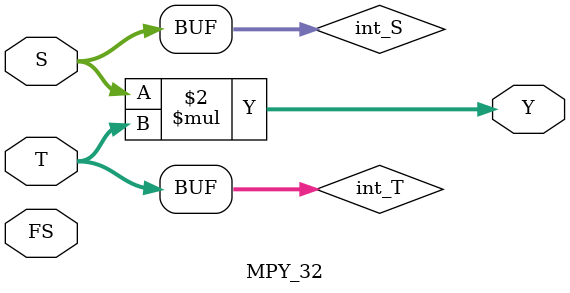
<source format=v>
`timescale 1ns / 1ps
/****************************** C E C S  4 4 0 ******************************
 * 
 * File Name:  MPY_.32v
 * Project:    Integer Datapath
 * Designer:   Kassandra Flores
 * Email:      kassandra.flores@student.csulb.edu
 * Rev. No.:   Version 1.0
 * Rev. Date:  8/23/2016
 *
 * Purpose: To perform ALU Operation: Multiplication. Multiplication of 
 *				operands will be S * T. Product of mulptiplcation will be 
 *				placed into a 32 bit reg type output
 *
 ****************************************************************************/
module MPY_32(S,T,Y,FS
    );
/////////////////////////////////
// INPUTS
/////////////////////////////////
	input [31:0] S;
	input [31:0] T;
	input [4:0] FS; // Function Select
/////////////////////////////////
// OUTPUTS
/////////////////////////////////
	output reg [63:0] Y;
	
	integer int_S, int_T;
	// casted to int so verilog will know they are
	// eithor a negative or positive number.
	always@(*)
		begin
		int_S = S;
		int_T = T;
		Y = int_S * int_T;
		end

endmodule

</source>
